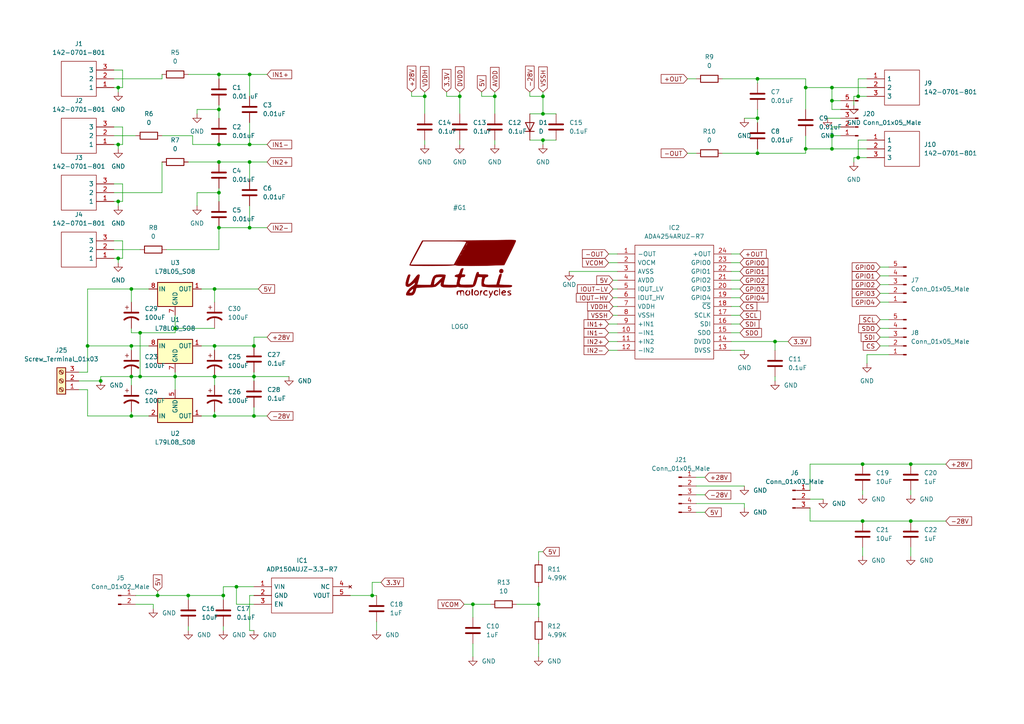
<source format=kicad_sch>
(kicad_sch (version 20211123) (generator eeschema)
  (paper "A4")
  (lib_symbols
    (symbol "142-0701-801:142-0701-801" (pin_names (offset 0.762))
      (property "Reference" "J" (at 16.51 7.62 0))
      (property "Value" "142-0701-801" (at 16.51 5.08 0))
      (symbol "142-0701-801_0_0"
        (pin passive line (at 0 0 0) (length 5.08) (name "1") (number "1"))
        (pin passive line (at 0 -2.54 0) (length 5.08) (name "2") (number "2"))
        (pin passive line (at 0 -5.08 0) (length 5.08) (name "3") (number "3"))
      )
    )
    (symbol "ADA4254ARUZ-R7:ADA4254ARUZ-R7" (pin_names (offset 0.762))
      (property "Reference" "IC" (at 29.21 7.62 0))
      (property "Value" "ADA4254ARUZ-R7" (at 29.21 5.08 0))
      (symbol "ADA4254ARUZ-R7_0_0"
        (pin passive line (at 0 0 0) (length 5.08) (name "-OUT") (number "1"))
        (pin passive line (at 0 -22.86 0) (length 5.08) (name "-IN1") (number "10"))
        (pin passive line (at 0 -25.4 0) (length 5.08) (name "+IN2") (number "11"))
        (pin passive line (at 0 -27.94 0) (length 5.08) (name "-IN2") (number "12"))
        (pin passive line (at 33.02 -27.94 180) (length 5.08) (name "DVSS") (number "13"))
        (pin passive line (at 33.02 -25.4 180) (length 5.08) (name "DVDD") (number "14"))
        (pin passive line (at 33.02 -22.86 180) (length 5.08) (name "SDO") (number "15"))
        (pin passive line (at 33.02 -20.32 180) (length 5.08) (name "SDI") (number "16"))
        (pin passive line (at 33.02 -17.78 180) (length 5.08) (name "SCLK") (number "17"))
        (pin passive line (at 33.02 -15.24 180) (length 5.08) (name "~{CS}") (number "18"))
        (pin passive line (at 33.02 -12.7 180) (length 5.08) (name "GPIO4") (number "19"))
        (pin passive line (at 0 -2.54 0) (length 5.08) (name "VOCM") (number "2"))
        (pin passive line (at 33.02 -10.16 180) (length 5.08) (name "GPIO3") (number "20"))
        (pin passive line (at 33.02 -7.62 180) (length 5.08) (name "GPIO2") (number "21"))
        (pin passive line (at 33.02 -5.08 180) (length 5.08) (name "GPIO1") (number "22"))
        (pin passive line (at 33.02 -2.54 180) (length 5.08) (name "GPIO0") (number "23"))
        (pin passive line (at 33.02 0 180) (length 5.08) (name "+OUT") (number "24"))
        (pin passive line (at 0 -5.08 0) (length 5.08) (name "AVSS") (number "3"))
        (pin passive line (at 0 -7.62 0) (length 5.08) (name "AVDD") (number "4"))
        (pin passive line (at 0 -10.16 0) (length 5.08) (name "IOUT_LV") (number "5"))
        (pin passive line (at 0 -12.7 0) (length 5.08) (name "IOUT_HV") (number "6"))
        (pin passive line (at 0 -15.24 0) (length 5.08) (name "VDDH") (number "7"))
        (pin passive line (at 0 -17.78 0) (length 5.08) (name "VSSH") (number "8"))
        (pin passive line (at 0 -20.32 0) (length 5.08) (name "+IN1") (number "9"))
      )
    )
    (symbol "ADP150AUJZ-3.3-R7:ADP150AUJZ-3.3-R7" (pin_names (offset 0.762))
      (property "Reference" "IC" (at 24.13 7.62 0))
      (property "Value" "ADP150AUJZ-3.3-R7" (at 24.13 5.08 0))
      (symbol "ADP150AUJZ-3.3-R7_0_0"
        (pin passive line (at 0 0 0) (length 5.08) (name "VIN") (number "1"))
        (pin passive line (at 0 -2.54 0) (length 5.08) (name "GND") (number "2"))
        (pin passive line (at 0 -5.08 0) (length 5.08) (name "EN") (number "3"))
        (pin no_connect line (at 27.94 0 180) (length 5.08) (name "NC") (number "4"))
        (pin passive line (at 27.94 -2.54 180) (length 5.08) (name "VOUT") (number "5"))
      )
    )
    (symbol "Connector:Conn_01x02_Male" (pin_names (offset 1.016) hide)
      (property "Reference" "J" (at 0 2.54 0))
      (property "Value" "Conn_01x02_Male" (at 0 -5.08 0))
      (symbol "Conn_01x02_Male_1_1"
        (pin passive line (at 5.08 0 180) (length 3.81) (name "Pin_1") (number "1"))
        (pin passive line (at 5.08 -2.54 180) (length 3.81) (name "Pin_2") (number "2"))
      )
    )
    (symbol "Connector:Conn_01x03_Male" (pin_names (offset 1.016) hide)
      (property "Reference" "J" (at 0 5.08 0))
      (property "Value" "Conn_01x03_Male" (at 0 -5.08 0))
      (symbol "Conn_01x03_Male_1_1"
        (pin passive line (at 5.08 2.54 180) (length 3.81) (name "Pin_1") (number "1"))
        (pin passive line (at 5.08 0 180) (length 3.81) (name "Pin_2") (number "2"))
        (pin passive line (at 5.08 -2.54 180) (length 3.81) (name "Pin_3") (number "3"))
      )
    )
    (symbol "Connector:Conn_01x05_Male" (pin_names (offset 1.016) hide)
      (property "Reference" "J" (at 0 7.62 0))
      (property "Value" "Conn_01x05_Male" (at 0 -7.62 0))
      (symbol "Conn_01x05_Male_1_1"
        (pin passive line (at 5.08 5.08 180) (length 3.81) (name "Pin_1") (number "1"))
        (pin passive line (at 5.08 2.54 180) (length 3.81) (name "Pin_2") (number "2"))
        (pin passive line (at 5.08 0 180) (length 3.81) (name "Pin_3") (number "3"))
        (pin passive line (at 5.08 -2.54 180) (length 3.81) (name "Pin_4") (number "4"))
        (pin passive line (at 5.08 -5.08 180) (length 3.81) (name "Pin_5") (number "5"))
      )
    )
    (symbol "Connector:Screw_Terminal_01x03" (pin_names (offset 1.016) hide)
      (property "Reference" "J" (at 0 5.08 0))
      (property "Value" "Screw_Terminal_01x03" (at 0 -5.08 0))
      (symbol "Screw_Terminal_01x03_1_1"
        (pin passive line (at -5.08 2.54 0) (length 3.81) (name "Pin_1") (number "1"))
        (pin passive line (at -5.08 0 0) (length 3.81) (name "Pin_2") (number "2"))
        (pin passive line (at -5.08 -2.54 0) (length 3.81) (name "Pin_3") (number "3"))
      )
    )
    (symbol "Device:C" (pin_numbers hide) (pin_names (offset 0.254))
      (property "Reference" "C" (at 0.635 2.54 0))
      (property "Value" "C" (at 0.635 -2.54 0))
      (symbol "C_1_1"
        (pin passive line (at 0 3.81 270) (length 2.794) (name "~") (number "1"))
        (pin passive line (at 0 -3.81 90) (length 2.794) (name "~") (number "2"))
      )
    )
    (symbol "Device:C_Polarized_US" (pin_numbers hide) (pin_names (offset 0.254) hide)
      (property "Reference" "C" (at 0.635 2.54 0))
      (property "Value" "C_Polarized_US" (at 0.635 -2.54 0))
      (symbol "C_Polarized_US_1_1"
        (pin passive line (at 0 3.81 270) (length 2.794) (name "~") (number "1"))
        (pin passive line (at 0 -3.81 90) (length 3.302) (name "~") (number "2"))
      )
    )
    (symbol "Device:D" (pin_numbers hide) (pin_names (offset 1.016) hide)
      (property "Reference" "D" (at 0 2.54 0))
      (property "Value" "D" (at 0 -2.54 0))
      (symbol "D_1_1"
        (pin passive line (at -3.81 0 0) (length 2.54) (name "K") (number "1"))
        (pin passive line (at 3.81 0 180) (length 2.54) (name "A") (number "2"))
      )
    )
    (symbol "Device:R" (pin_numbers hide) (pin_names (offset 0))
      (property "Reference" "R" (at 2.032 0 90))
      (property "Value" "R" (at 0 0 90))
      (symbol "R_1_1"
        (pin passive line (at 0 3.81 270) (length 1.27) (name "~") (number "1"))
        (pin passive line (at 0 -3.81 90) (length 1.27) (name "~") (number "2"))
      )
    )
    (symbol "Regulator_Linear:L78L05_SO8" (pin_names (offset 0.254))
      (property "Reference" "U" (at -3.81 3.175 0))
      (property "Value" "L78L05_SO8" (at 0 3.175 0))
      (symbol "L78L05_SO8_1_1"
        (pin power_out line (at 7.62 0 180) (length 2.54) (name "OUT") (number "1"))
        (pin passive line (at 0 -7.62 90) (length 2.54) hide (name "GND") (number "2"))
        (pin passive line (at 0 -7.62 90) (length 2.54) hide (name "GND") (number "3"))
        (pin no_connect line (at -5.08 -2.54 0) (length 2.54) hide (name "NC") (number "4"))
        (pin no_connect line (at 5.08 -2.54 180) (length 2.54) hide (name "NC") (number "5"))
        (pin passive line (at 0 -7.62 90) (length 2.54) hide (name "GND") (number "6"))
        (pin power_in line (at 0 -7.62 90) (length 2.54) (name "GND") (number "7"))
        (pin power_in line (at -7.62 0 0) (length 2.54) (name "IN") (number "8"))
      )
    )
    (symbol "Regulator_Linear:L78L09_SO8" (pin_names (offset 0.254))
      (property "Reference" "U" (at -3.81 3.175 0))
      (property "Value" "L78L09_SO8" (at 0 3.175 0))
      (symbol "L78L09_SO8_1_1"
        (pin power_out line (at 7.62 0 180) (length 2.54) (name "OUT") (number "1"))
        (pin passive line (at 0 -7.62 90) (length 2.54) hide (name "GND") (number "2"))
        (pin passive line (at 0 -7.62 90) (length 2.54) hide (name "GND") (number "3"))
        (pin no_connect line (at -5.08 -2.54 0) (length 2.54) hide (name "NC") (number "4"))
        (pin no_connect line (at 5.08 -2.54 180) (length 2.54) hide (name "NC") (number "5"))
        (pin passive line (at 0 -7.62 90) (length 2.54) hide (name "GND") (number "6"))
        (pin power_in line (at 0 -7.62 90) (length 2.54) (name "GND") (number "7"))
        (pin power_in line (at -7.62 0 0) (length 2.54) (name "IN") (number "8"))
      )
    )
    (symbol "Regulator_Linear:L79L08_SO8" (pin_names (offset 0.254))
      (property "Reference" "U" (at -3.81 -3.175 0))
      (property "Value" "L79L08_SO8" (at 0 -3.175 0))
      (symbol "L79L08_SO8_1_1"
        (pin power_out line (at 7.62 0 180) (length 2.54) (name "OUT") (number "1"))
        (pin power_in line (at -7.62 0 0) (length 2.54) (name "IN") (number "2"))
        (pin passive line (at -7.62 0 0) (length 2.54) hide (name "IN") (number "3"))
        (pin no_connect line (at 7.62 2.54 180) (length 2.54) hide (name "NC") (number "4"))
        (pin power_in line (at 0 7.62 270) (length 2.54) (name "GND") (number "5"))
        (pin passive line (at -7.62 0 0) (length 2.54) hide (name "IN") (number "6"))
        (pin passive line (at -7.62 0 0) (length 2.54) hide (name "IN") (number "7"))
        (pin no_connect line (at -7.62 2.54 0) (length 2.54) hide (name "NC") (number "8"))
      )
    )
    (symbol "logo:LOGO" (pin_names (offset 1.016)))
    (symbol "power:GND" (power) (pin_names (offset 0))
      (property "Value" "GND" (at 0 -3.81 0))
      (symbol "GND_1_1"
        (pin power_in line (at 0 0 270) (length 0) hide (name "GND") (number "1"))
      )
    )
  )
  (junction (at 73.66 100.33))
  (junction (at 34.29 25.4))
  (junction (at 73.66 120.65))
  (junction (at 107.95 172.72))
  (junction (at 156.21 175.26))
  (junction (at 72.39 46.99))
  (junction (at 50.8 109.22))
  (junction (at 248.92 27.94))
  (junction (at 241.3 25.4))
  (junction (at 233.68 25.4))
  (junction (at 38.1 109.22))
  (junction (at 63.5 31.75))
  (junction (at 40.64 109.22))
  (junction (at 62.23 120.65))
  (junction (at 72.39 41.91))
  (junction (at 64.77 172.72))
  (junction (at 241.3 39.37))
  (junction (at 241.3 43.18))
  (junction (at 40.64 96.52))
  (junction (at 63.5 46.99))
  (junction (at 68.58 170.18))
  (junction (at 250.19 134.62))
  (junction (at 38.1 100.33))
  (junction (at 62.23 109.22))
  (junction (at 45.72 172.72))
  (junction (at 219.71 44.45))
  (junction (at 54.61 172.72))
  (junction (at 25.4 100.33))
  (junction (at 50.8 95.25))
  (junction (at 157.48 33.02))
  (junction (at 73.66 109.22))
  (junction (at 133.35 27.94))
  (junction (at 157.48 40.64))
  (junction (at 143.51 27.94))
  (junction (at 219.71 34.29))
  (junction (at 34.29 74.93))
  (junction (at 29.21 110.49))
  (junction (at 63.5 21.59))
  (junction (at 264.16 134.62))
  (junction (at 137.16 175.26))
  (junction (at 38.1 83.82))
  (junction (at 62.23 83.82))
  (junction (at 63.5 41.91))
  (junction (at 264.16 151.13))
  (junction (at 72.39 21.59))
  (junction (at 34.29 58.42))
  (junction (at 38.1 120.65))
  (junction (at 219.71 22.86))
  (junction (at 224.79 99.06))
  (junction (at 241.3 29.21))
  (junction (at 157.48 27.94))
  (junction (at 72.39 66.04))
  (junction (at 62.23 100.33))
  (junction (at 233.68 43.18))
  (junction (at 63.5 66.04))
  (junction (at 250.19 151.13))
  (junction (at 123.19 27.94))
  (junction (at 34.29 41.91))
  (junction (at 248.92 45.72))
  (junction (at 63.5 55.88))
  (wire (pts (xy 50.8 96.52) (xy 40.64 96.52)))
  (wire (pts (xy 62.23 119.38) (xy 62.23 120.65)))
  (wire (pts (xy 22.86 113.03) (xy 25.4 113.03)))
  (wire (pts (xy 224.79 109.22) (xy 224.79 110.49)))
  (wire (pts (xy 264.16 151.13) (xy 274.32 151.13)))
  (wire (pts (xy 25.4 83.82) (xy 38.1 83.82)))
  (wire (pts (xy 73.66 118.11) (xy 73.66 120.65)))
  (wire (pts (xy 35.56 41.91) (xy 34.29 41.91)))
  (wire (pts (xy 224.79 99.06) (xy 212.09 99.06)))
  (wire (pts (xy 157.48 40.64) (xy 157.48 41.91)))
  (wire (pts (xy 153.67 33.02) (xy 157.48 33.02)))
  (wire (pts (xy 33.02 55.88) (xy 46.99 55.88)))
  (wire (pts (xy 57.15 59.69) (xy 57.15 55.88)))
  (wire (pts (xy 50.8 109.22) (xy 50.8 113.03)))
  (wire (pts (xy 143.51 40.64) (xy 143.51 41.91)))
  (wire (pts (xy 248.92 22.86) (xy 248.92 27.94)))
  (wire (pts (xy 101.6 172.72) (xy 107.95 172.72)))
  (wire (pts (xy 241.3 36.83) (xy 243.84 36.83)))
  (wire (pts (xy 176.53 96.52) (xy 179.07 96.52)))
  (wire (pts (xy 73.66 109.22) (xy 73.66 110.49)))
  (wire (pts (xy 63.5 72.39) (xy 63.5 66.04)))
  (wire (pts (xy 64.77 173.99) (xy 64.77 172.72)))
  (wire (pts (xy 247.65 30.48) (xy 247.65 27.94)))
  (wire (pts (xy 165.1 78.74) (xy 179.07 78.74)))
  (wire (pts (xy 33.02 22.86) (xy 46.99 22.86)))
  (wire (pts (xy 63.5 55.88) (xy 63.5 58.42)))
  (wire (pts (xy 219.71 44.45) (xy 219.71 43.18)))
  (wire (pts (xy 68.58 175.26) (xy 68.58 170.18)))
  (wire (pts (xy 62.23 83.82) (xy 74.93 83.82)))
  (wire (pts (xy 248.92 27.94) (xy 251.46 27.94)))
  (wire (pts (xy 212.09 86.36) (xy 214.63 86.36)))
  (wire (pts (xy 199.39 44.45) (xy 201.93 44.45)))
  (wire (pts (xy 129.54 26.67) (xy 129.54 27.94)))
  (wire (pts (xy 55.88 39.37) (xy 55.88 41.91)))
  (wire (pts (xy 50.8 95.25) (xy 50.8 96.52)))
  (wire (pts (xy 48.26 72.39) (xy 63.5 72.39)))
  (wire (pts (xy 55.88 41.91) (xy 63.5 41.91)))
  (wire (pts (xy 35.56 58.42) (xy 34.29 58.42)))
  (wire (pts (xy 212.09 101.6) (xy 215.9 101.6)))
  (wire (pts (xy 72.39 21.59) (xy 63.5 21.59)))
  (wire (pts (xy 29.21 109.22) (xy 38.1 109.22)))
  (wire (pts (xy 241.3 25.4) (xy 251.46 25.4)))
  (wire (pts (xy 58.42 83.82) (xy 62.23 83.82)))
  (wire (pts (xy 133.35 40.64) (xy 133.35 41.91)))
  (wire (pts (xy 77.47 120.65) (xy 73.66 120.65)))
  (wire (pts (xy 107.95 172.72) (xy 109.22 172.72)))
  (wire (pts (xy 44.45 175.26) (xy 44.45 176.53)))
  (wire (pts (xy 250.19 151.13) (xy 234.95 151.13)))
  (wire (pts (xy 153.67 26.67) (xy 153.67 27.94)))
  (wire (pts (xy 212.09 91.44) (xy 214.63 91.44)))
  (wire (pts (xy 129.54 27.94) (xy 133.35 27.94)))
  (wire (pts (xy 157.48 27.94) (xy 157.48 33.02)))
  (wire (pts (xy 73.66 120.65) (xy 62.23 120.65)))
  (wire (pts (xy 133.35 26.67) (xy 133.35 27.94)))
  (wire (pts (xy 33.02 53.34) (xy 35.56 53.34)))
  (wire (pts (xy 50.8 95.25) (xy 62.23 95.25)))
  (wire (pts (xy 176.53 101.6) (xy 179.07 101.6)))
  (wire (pts (xy 54.61 21.59) (xy 63.5 21.59)))
  (wire (pts (xy 38.1 120.65) (xy 43.18 120.65)))
  (wire (pts (xy 201.93 140.97) (xy 215.9 140.97)))
  (wire (pts (xy 233.68 31.75) (xy 233.68 25.4)))
  (wire (pts (xy 219.71 31.75) (xy 219.71 34.29)))
  (wire (pts (xy 143.51 26.67) (xy 143.51 27.94)))
  (wire (pts (xy 247.65 45.72) (xy 248.92 45.72)))
  (wire (pts (xy 176.53 93.98) (xy 179.07 93.98)))
  (wire (pts (xy 156.21 186.69) (xy 156.21 190.5)))
  (wire (pts (xy 201.93 143.51) (xy 204.47 143.51)))
  (wire (pts (xy 72.39 46.99) (xy 72.39 52.07)))
  (wire (pts (xy 233.68 43.18) (xy 241.3 43.18)))
  (wire (pts (xy 34.29 25.4) (xy 34.29 26.67)))
  (wire (pts (xy 264.16 134.62) (xy 274.32 134.62)))
  (wire (pts (xy 73.66 170.18) (xy 68.58 170.18)))
  (wire (pts (xy 233.68 39.37) (xy 233.68 43.18)))
  (wire (pts (xy 29.21 110.49) (xy 29.21 109.22)))
  (wire (pts (xy 234.95 147.32) (xy 234.95 151.13)))
  (wire (pts (xy 177.8 83.82) (xy 179.07 83.82)))
  (wire (pts (xy 241.3 25.4) (xy 241.3 29.21)))
  (wire (pts (xy 139.7 26.67) (xy 139.7 27.94)))
  (wire (pts (xy 35.56 20.32) (xy 35.56 25.4)))
  (wire (pts (xy 143.51 27.94) (xy 143.51 33.02)))
  (wire (pts (xy 34.29 25.4) (xy 33.02 25.4)))
  (wire (pts (xy 57.15 31.75) (xy 63.5 31.75)))
  (wire (pts (xy 177.8 81.28) (xy 179.07 81.28)))
  (wire (pts (xy 38.1 101.6) (xy 38.1 100.33)))
  (wire (pts (xy 34.29 58.42) (xy 34.29 59.69)))
  (wire (pts (xy 38.1 95.25) (xy 38.1 96.52)))
  (wire (pts (xy 72.39 66.04) (xy 77.47 66.04)))
  (wire (pts (xy 25.4 120.65) (xy 38.1 120.65)))
  (wire (pts (xy 119.38 26.67) (xy 119.38 27.94)))
  (wire (pts (xy 72.39 35.56) (xy 72.39 41.91)))
  (wire (pts (xy 83.82 109.22) (xy 73.66 109.22)))
  (wire (pts (xy 264.16 142.24) (xy 264.16 143.51)))
  (wire (pts (xy 35.56 53.34) (xy 35.56 58.42)))
  (wire (pts (xy 153.67 40.64) (xy 157.48 40.64)))
  (wire (pts (xy 25.4 83.82) (xy 25.4 100.33)))
  (wire (pts (xy 39.37 172.72) (xy 45.72 172.72)))
  (wire (pts (xy 176.53 73.66) (xy 179.07 73.66)))
  (wire (pts (xy 241.3 36.83) (xy 241.3 39.37)))
  (wire (pts (xy 33.02 20.32) (xy 35.56 20.32)))
  (wire (pts (xy 212.09 78.74) (xy 214.63 78.74)))
  (wire (pts (xy 40.64 96.52) (xy 40.64 109.22)))
  (wire (pts (xy 38.1 96.52) (xy 40.64 96.52)))
  (wire (pts (xy 212.09 88.9) (xy 214.63 88.9)))
  (wire (pts (xy 38.1 100.33) (xy 43.18 100.33)))
  (wire (pts (xy 22.86 107.95) (xy 25.4 107.95)))
  (wire (pts (xy 212.09 93.98) (xy 214.63 93.98)))
  (wire (pts (xy 46.99 22.86) (xy 46.99 21.59)))
  (wire (pts (xy 110.49 168.91) (xy 107.95 168.91)))
  (wire (pts (xy 176.53 76.2) (xy 179.07 76.2)))
  (wire (pts (xy 209.55 22.86) (xy 219.71 22.86)))
  (wire (pts (xy 73.66 175.26) (xy 68.58 175.26)))
  (wire (pts (xy 212.09 83.82) (xy 214.63 83.82)))
  (wire (pts (xy 58.42 100.33) (xy 62.23 100.33)))
  (wire (pts (xy 50.8 91.44) (xy 50.8 95.25)))
  (wire (pts (xy 251.46 40.64) (xy 248.92 40.64)))
  (wire (pts (xy 157.48 160.02) (xy 156.21 160.02)))
  (wire (pts (xy 57.15 33.02) (xy 57.15 31.75)))
  (wire (pts (xy 251.46 105.41) (xy 251.46 102.87)))
  (wire (pts (xy 255.27 97.79) (xy 257.81 97.79)))
  (wire (pts (xy 176.53 99.06) (xy 179.07 99.06)))
  (wire (pts (xy 247.65 46.99) (xy 247.65 45.72)))
  (wire (pts (xy 133.35 27.94) (xy 133.35 33.02)))
  (wire (pts (xy 233.68 43.18) (xy 233.68 44.45)))
  (wire (pts (xy 33.02 36.83) (xy 35.56 36.83)))
  (wire (pts (xy 73.66 97.79) (xy 73.66 100.33)))
  (wire (pts (xy 77.47 46.99) (xy 72.39 46.99)))
  (wire (pts (xy 38.1 83.82) (xy 43.18 83.82)))
  (wire (pts (xy 224.79 101.6) (xy 224.79 99.06)))
  (wire (pts (xy 255.27 77.47) (xy 257.81 77.47)))
  (wire (pts (xy 209.55 44.45) (xy 219.71 44.45)))
  (wire (pts (xy 25.4 100.33) (xy 38.1 100.33)))
  (wire (pts (xy 72.39 41.91) (xy 63.5 41.91)))
  (wire (pts (xy 177.8 91.44) (xy 179.07 91.44)))
  (wire (pts (xy 72.39 172.72) (xy 72.39 182.88)))
  (wire (pts (xy 107.95 168.91) (xy 107.95 172.72)))
  (wire (pts (xy 109.22 180.34) (xy 109.22 182.88)))
  (wire (pts (xy 255.27 82.55) (xy 257.81 82.55)))
  (wire (pts (xy 35.56 36.83) (xy 35.56 41.91)))
  (wire (pts (xy 241.3 29.21) (xy 241.3 31.75)))
  (wire (pts (xy 46.99 55.88) (xy 46.99 46.99)))
  (wire (pts (xy 156.21 175.26) (xy 156.21 179.07)))
  (wire (pts (xy 250.19 142.24) (xy 250.19 143.51)))
  (wire (pts (xy 157.48 40.64) (xy 161.29 40.64)))
  (wire (pts (xy 35.56 69.85) (xy 35.56 74.93)))
  (wire (pts (xy 57.15 55.88) (xy 63.5 55.88)))
  (wire (pts (xy 54.61 181.61) (xy 54.61 182.88)))
  (wire (pts (xy 255.27 100.33) (xy 257.81 100.33)))
  (wire (pts (xy 250.19 158.75) (xy 250.19 161.29)))
  (wire (pts (xy 215.9 34.29) (xy 219.71 34.29)))
  (wire (pts (xy 201.93 148.59) (xy 204.47 148.59)))
  (wire (pts (xy 177.8 88.9) (xy 179.07 88.9)))
  (wire (pts (xy 77.47 21.59) (xy 72.39 21.59)))
  (wire (pts (xy 212.09 76.2) (xy 214.63 76.2)))
  (wire (pts (xy 34.29 41.91) (xy 33.02 41.91)))
  (wire (pts (xy 73.66 107.95) (xy 73.66 109.22)))
  (wire (pts (xy 33.02 72.39) (xy 40.64 72.39)))
  (wire (pts (xy 72.39 21.59) (xy 72.39 27.94)))
  (wire (pts (xy 64.77 170.18) (xy 64.77 172.72)))
  (wire (pts (xy 46.99 39.37) (xy 55.88 39.37)))
  (wire (pts (xy 240.03 34.29) (xy 243.84 34.29)))
  (wire (pts (xy 241.3 39.37) (xy 243.84 39.37)))
  (wire (pts (xy 39.37 175.26) (xy 44.45 175.26)))
  (wire (pts (xy 233.68 25.4) (xy 233.68 22.86)))
  (wire (pts (xy 58.42 120.65) (xy 62.23 120.65)))
  (wire (pts (xy 63.5 30.48) (xy 63.5 31.75)))
  (wire (pts (xy 241.3 31.75) (xy 243.84 31.75)))
  (wire (pts (xy 54.61 173.99) (xy 54.61 172.72)))
  (wire (pts (xy 38.1 109.22) (xy 38.1 111.76)))
  (wire (pts (xy 251.46 22.86) (xy 248.92 22.86)))
  (wire (pts (xy 247.65 27.94) (xy 248.92 27.94)))
  (wire (pts (xy 201.93 138.43) (xy 204.47 138.43)))
  (wire (pts (xy 250.19 151.13) (xy 264.16 151.13)))
  (wire (pts (xy 250.19 134.62) (xy 264.16 134.62)))
  (wire (pts (xy 241.3 29.21) (xy 243.84 29.21)))
  (wire (pts (xy 142.24 175.26) (xy 137.16 175.26)))
  (wire (pts (xy 38.1 87.63) (xy 38.1 83.82)))
  (wire (pts (xy 62.23 109.22) (xy 62.23 111.76)))
  (wire (pts (xy 234.95 134.62) (xy 250.19 134.62)))
  (wire (pts (xy 255.27 80.01) (xy 257.81 80.01)))
  (wire (pts (xy 248.92 45.72) (xy 251.46 45.72)))
  (wire (pts (xy 137.16 186.69) (xy 137.16 190.5)))
  (wire (pts (xy 251.46 102.87) (xy 257.81 102.87)))
  (wire (pts (xy 255.27 92.71) (xy 257.81 92.71)))
  (wire (pts (xy 33.02 39.37) (xy 39.37 39.37)))
  (wire (pts (xy 215.9 147.32) (xy 215.9 146.05)))
  (wire (pts (xy 123.19 40.64) (xy 123.19 41.91)))
  (wire (pts (xy 34.29 41.91) (xy 34.29 43.18)))
  (wire (pts (xy 62.23 100.33) (xy 73.66 100.33)))
  (wire (pts (xy 219.71 22.86) (xy 233.68 22.86)))
  (wire (pts (xy 248.92 40.64) (xy 248.92 45.72)))
  (wire (pts (xy 153.67 27.94) (xy 157.48 27.94)))
  (wire (pts (xy 201.93 146.05) (xy 215.9 146.05)))
  (wire (pts (xy 72.39 182.88) (xy 73.66 182.88)))
  (wire (pts (xy 63.5 21.59) (xy 63.5 22.86)))
  (wire (pts (xy 63.5 66.04) (xy 72.39 66.04)))
  (wire (pts (xy 38.1 119.38) (xy 38.1 120.65)))
  (wire (pts (xy 34.29 58.42) (xy 33.02 58.42)))
  (wire (pts (xy 25.4 113.03) (xy 25.4 120.65)))
  (wire (pts (xy 224.79 99.06) (xy 228.6 99.06)))
  (wire (pts (xy 25.4 107.95) (xy 25.4 100.33)))
  (wire (pts (xy 33.02 69.85) (xy 35.56 69.85)))
  (wire (pts (xy 233.68 44.45) (xy 219.71 44.45)))
  (wire (pts (xy 63.5 31.75) (xy 63.5 34.29)))
  (wire (pts (xy 255.27 85.09) (xy 257.81 85.09)))
  (wire (pts (xy 34.29 74.93) (xy 33.02 74.93)))
  (wire (pts (xy 50.8 107.95) (xy 50.8 109.22)))
  (wire (pts (xy 156.21 175.26) (xy 156.21 170.18)))
  (wire (pts (xy 68.58 170.18) (xy 64.77 170.18)))
  (wire (pts (xy 72.39 66.04) (xy 72.39 59.69)))
  (wire (pts (xy 134.62 175.26) (xy 137.16 175.26)))
  (wire (pts (xy 156.21 160.02) (xy 156.21 162.56)))
  (wire (pts (xy 40.64 109.22) (xy 50.8 109.22)))
  (wire (pts (xy 149.86 175.26) (xy 156.21 175.26)))
  (wire (pts (xy 50.8 109.22) (xy 62.23 109.22)))
  (wire (pts (xy 139.7 27.94) (xy 143.51 27.94)))
  (wire (pts (xy 199.39 22.86) (xy 201.93 22.86)))
  (wire (pts (xy 255.27 87.63) (xy 257.81 87.63)))
  (wire (pts (xy 157.48 33.02) (xy 161.29 33.02)))
  (wire (pts (xy 212.09 96.52) (xy 214.63 96.52)))
  (wire (pts (xy 54.61 46.99) (xy 63.5 46.99)))
  (wire (pts (xy 119.38 27.94) (xy 123.19 27.94)))
  (wire (pts (xy 62.23 83.82) (xy 62.23 87.63)))
  (wire (pts (xy 22.86 110.49) (xy 29.21 110.49)))
  (wire (pts (xy 54.61 172.72) (xy 64.77 172.72)))
  (wire (pts (xy 212.09 73.66) (xy 214.63 73.66)))
  (wire (pts (xy 73.66 172.72) (xy 72.39 172.72)))
  (wire (pts (xy 234.95 144.78) (xy 238.76 144.78)))
  (wire (pts (xy 35.56 25.4) (xy 34.29 25.4)))
  (wire (pts (xy 34.29 74.93) (xy 34.29 76.2)))
  (wire (pts (xy 177.8 86.36) (xy 179.07 86.36)))
  (wire (pts (xy 77.47 97.79) (xy 73.66 97.79)))
  (wire (pts (xy 63.5 54.61) (xy 63.5 55.88)))
  (wire (pts (xy 234.95 134.62) (xy 234.95 142.24)))
  (wire (pts (xy 219.71 34.29) (xy 219.71 35.56)))
  (wire (pts (xy 241.3 39.37) (xy 241.3 43.18)))
  (wire (pts (xy 64.77 181.61) (xy 64.77 182.88)))
  (wire (pts (xy 212.09 81.28) (xy 214.63 81.28)))
  (wire (pts (xy 123.19 26.67) (xy 123.19 27.94)))
  (wire (pts (xy 62.23 100.33) (xy 62.23 101.6)))
  (wire (pts (xy 157.48 26.67) (xy 157.48 27.94)))
  (wire (pts (xy 72.39 41.91) (xy 77.47 41.91)))
  (wire (pts (xy 45.72 172.72) (xy 54.61 172.72)))
  (wire (pts (xy 45.72 171.45) (xy 45.72 172.72)))
  (wire (pts (xy 35.56 74.93) (xy 34.29 74.93)))
  (wire (pts (xy 123.19 27.94) (xy 123.19 33.02)))
  (wire (pts (xy 73.66 109.22) (xy 62.23 109.22)))
  (wire (pts (xy 241.3 43.18) (xy 251.46 43.18)))
  (wire (pts (xy 63.5 46.99) (xy 72.39 46.99)))
  (wire (pts (xy 219.71 22.86) (xy 219.71 24.13)))
  (wire (pts (xy 38.1 109.22) (xy 40.64 109.22)))
  (wire (pts (xy 255.27 95.25) (xy 257.81 95.25)))
  (wire (pts (xy 233.68 25.4) (xy 241.3 25.4)))
  (wire (pts (xy 264.16 158.75) (xy 264.16 161.29)))
  (wire (pts (xy 137.16 175.26) (xy 137.16 179.07)))
  (global_label "VSSH" (shape input) (at 157.48 26.67 90) (property "Intersheet References" "${INTERSHEET_REFS}" (effects hide)))
  (global_label "3.3V" (shape input) (at 228.6 99.06 0) (property "Intersheet References" "${INTERSHEET_REFS}" (effects hide)))
  (global_label "IN1-" (shape input) (at 77.47 41.91 0) (property "Intersheet References" "${INTERSHEET_REFS}" (effects hide)))
  (global_label "-28V" (shape input) (at 153.67 26.67 90) (property "Intersheet References" "${INTERSHEET_REFS}" (effects hide)))
  (global_label "+28V" (shape input) (at 204.47 138.43 0) (property "Intersheet References" "${INTERSHEET_REFS}" (effects hide)))
  (global_label "SCL" (shape input) (at 214.63 91.44 0) (property "Intersheet References" "${INTERSHEET_REFS}" (effects hide)))
  (global_label "VDDH" (shape input) (at 177.8 88.9 180) (property "Intersheet References" "${INTERSHEET_REFS}" (effects hide)))
  (global_label "-OUT" (shape input) (at 176.53 73.66 180) (property "Intersheet References" "${INTERSHEET_REFS}" (effects hide)))
  (global_label "GPIO2" (shape input) (at 214.63 81.28 0) (property "Intersheet References" "${INTERSHEET_REFS}" (effects hide)))
  (global_label "5V" (shape input) (at 45.72 171.45 90) (property "Intersheet References" "${INTERSHEET_REFS}" (effects hide)))
  (global_label "SCL" (shape input) (at 255.27 92.71 180) (property "Intersheet References" "${INTERSHEET_REFS}" (effects hide)))
  (global_label "IN2-" (shape input) (at 176.53 101.6 180) (property "Intersheet References" "${INTERSHEET_REFS}" (effects hide)))
  (global_label "IN2+" (shape input) (at 77.47 46.99 0) (property "Intersheet References" "${INTERSHEET_REFS}" (effects hide)))
  (global_label "5V" (shape input) (at 157.48 160.02 0) (property "Intersheet References" "${INTERSHEET_REFS}" (effects hide)))
  (global_label "CS" (shape input) (at 214.63 88.9 0) (property "Intersheet References" "${INTERSHEET_REFS}" (effects hide)))
  (global_label "GPIO3" (shape input) (at 214.63 83.82 0) (property "Intersheet References" "${INTERSHEET_REFS}" (effects hide)))
  (global_label "5V" (shape input) (at 204.47 148.59 0) (property "Intersheet References" "${INTERSHEET_REFS}" (effects hide)))
  (global_label "SDO" (shape input) (at 214.63 96.52 0) (property "Intersheet References" "${INTERSHEET_REFS}" (effects hide)))
  (global_label "SDI" (shape input) (at 214.63 93.98 0) (property "Intersheet References" "${INTERSHEET_REFS}" (effects hide)))
  (global_label "5V" (shape input) (at 74.93 83.82 0) (property "Intersheet References" "${INTERSHEET_REFS}" (effects hide)))
  (global_label "CS" (shape input) (at 255.27 100.33 180) (property "Intersheet References" "${INTERSHEET_REFS}" (effects hide)))
  (global_label "GPIO1" (shape input) (at 255.27 80.01 180) (property "Intersheet References" "${INTERSHEET_REFS}" (effects hide)))
  (global_label "5V" (shape input) (at 177.8 81.28 180) (property "Intersheet References" "${INTERSHEET_REFS}" (effects hide)))
  (global_label "SDI" (shape input) (at 255.27 97.79 180) (property "Intersheet References" "${INTERSHEET_REFS}" (effects hide)))
  (global_label "-OUT" (shape input) (at 199.39 44.45 180) (property "Intersheet References" "${INTERSHEET_REFS}" (effects hide)))
  (global_label "GPIO0" (shape input) (at 214.63 76.2 0) (property "Intersheet References" "${INTERSHEET_REFS}" (effects hide)))
  (global_label "GPIO1" (shape input) (at 214.63 78.74 0) (property "Intersheet References" "${INTERSHEET_REFS}" (effects hide)))
  (global_label "-28V" (shape input) (at 204.47 143.51 0) (property "Intersheet References" "${INTERSHEET_REFS}" (effects hide)))
  (global_label "+28V" (shape input) (at 274.32 134.62 0) (property "Intersheet References" "${INTERSHEET_REFS}" (effects hide)))
  (global_label "+28V" (shape input) (at 119.38 26.67 90) (property "Intersheet References" "${INTERSHEET_REFS}" (effects hide)))
  (global_label "VSSH" (shape input) (at 177.8 91.44 180) (property "Intersheet References" "${INTERSHEET_REFS}" (effects hide)))
  (global_label "+OUT" (shape input) (at 199.39 22.86 180) (property "Intersheet References" "${INTERSHEET_REFS}" (effects hide)))
  (global_label "3.3V" (shape input) (at 110.49 168.91 0) (property "Intersheet References" "${INTERSHEET_REFS}" (effects hide)))
  (global_label "GPIO0" (shape input) (at 255.27 77.47 180) (property "Intersheet References" "${INTERSHEET_REFS}" (effects hide)))
  (global_label "VCOM" (shape input) (at 134.62 175.26 180) (property "Intersheet References" "${INTERSHEET_REFS}" (effects hide)))
  (global_label "GPIO4" (shape input) (at 214.63 86.36 0) (property "Intersheet References" "${INTERSHEET_REFS}" (effects hide)))
  (global_label "SDO" (shape input) (at 255.27 95.25 180) (property "Intersheet References" "${INTERSHEET_REFS}" (effects hide)))
  (global_label "IN1+" (shape input) (at 77.47 21.59 0) (property "Intersheet References" "${INTERSHEET_REFS}" (effects hide)))
  (global_label "IOUT-LV" (shape input) (at 177.8 83.82 180) (property "Intersheet References" "${INTERSHEET_REFS}" (effects hide)))
  (global_label "DVDD" (shape input) (at 133.35 26.67 90) (property "Intersheet References" "${INTERSHEET_REFS}" (effects hide)))
  (global_label "-28V" (shape input) (at 274.32 151.13 0) (property "Intersheet References" "${INTERSHEET_REFS}" (effects hide)))
  (global_label "IN1-" (shape input) (at 176.53 96.52 180) (property "Intersheet References" "${INTERSHEET_REFS}" (effects hide)))
  (global_label "GPIO3" (shape input) (at 255.27 85.09 180) (property "Intersheet References" "${INTERSHEET_REFS}" (effects hide)))
  (global_label "IN2+" (shape input) (at 176.53 99.06 180) (property "Intersheet References" "${INTERSHEET_REFS}" (effects hide)))
  (global_label "-28V" (shape input) (at 77.47 120.65 0) (property "Intersheet References" "${INTERSHEET_REFS}" (effects hide)))
  (global_label "GPIO2" (shape input) (at 255.27 82.55 180) (property "Intersheet References" "${INTERSHEET_REFS}" (effects hide)))
  (global_label "VDDH" (shape input) (at 123.19 26.67 90) (property "Intersheet References" "${INTERSHEET_REFS}" (effects hide)))
  (global_label "IN1+" (shape input) (at 176.53 93.98 180) (property "Intersheet References" "${INTERSHEET_REFS}" (effects hide)))
  (global_label "3.3V" (shape input) (at 129.54 26.67 90) (property "Intersheet References" "${INTERSHEET_REFS}" (effects hide)))
  (global_label "+28V" (shape input) (at 77.47 97.79 0) (property "Intersheet References" "${INTERSHEET_REFS}" (effects hide)))
  (global_label "IN2-" (shape input) (at 77.47 66.04 0) (property "Intersheet References" "${INTERSHEET_REFS}" (effects hide)))
  (global_label "+OUT" (shape input) (at 214.63 73.66 0) (property "Intersheet References" "${INTERSHEET_REFS}" (effects hide)))
  (global_label "IOUT-HV" (shape input) (at 177.8 86.36 180) (property "Intersheet References" "${INTERSHEET_REFS}" (effects hide)))
  (global_label "5V" (shape input) (at 139.7 26.67 90) (property "Intersheet References" "${INTERSHEET_REFS}" (effects hide)))
  (global_label "AVDD" (shape input) (at 143.51 26.67 90) (property "Intersheet References" "${INTERSHEET_REFS}" (effects hide)))
  (global_label "GPIO4" (shape input) (at 255.27 87.63 180) (property "Intersheet References" "${INTERSHEET_REFS}" (effects hide)))
  (global_label "VCOM" (shape input) (at 176.53 76.2 180) (property "Intersheet References" "${INTERSHEET_REFS}" (effects hide)))
  (symbol (lib_id "power:GND") (at 264.16 143.51 0) (unit 1)
    (property "Reference" "#PWR0111" (effects hide))
    (property "Value" "GND" (at 266.7 144.7799 0) (effects (justify left)))
  )
  (symbol (lib_id "power:GND") (at 215.9 34.29 0) (unit 1)
    (property "Reference" "#PWR0103" (effects hide))
    (property "Value" "GND" (at 215.9 39.37 0))
  )
  (symbol (lib_id "power:GND") (at 247.65 30.48 0) (unit 1)
    (property "Reference" "#PWR0104" (effects hide))
    (property "Value" "GND" (at 247.65 35.56 0))
  )
  (symbol (lib_id "Device:C") (at 161.29 36.83 0) (unit 1)
    (property "Reference" "C15" (at 165.1 35.5599 0) (effects (justify left)))
    (property "Value" "0.1uF" (at 165.1 38.0999 0) (effects (justify left)))
    (property "Footprint" "Capacitor_SMD:C_0603_1608Metric_Pad1.08x0.95mm_HandSolder" (effects hide))
  )
  (symbol (lib_id "power:GND") (at 215.9 101.6 0) (unit 1)
    (property "Reference" "#PWR0101" (effects hide))
    (property "Value" "GND" (at 215.9 106.68 0))
  )
  (symbol (lib_id "Device:C") (at 233.68 35.56 0) (unit 1)
    (property "Reference" "C9" (at 237.49 34.2899 0) (effects (justify left)))
    (property "Value" "0.01uF" (at 237.49 36.8299 0) (effects (justify left)))
    (property "Footprint" "Capacitor_SMD:C_0603_1608Metric_Pad1.08x0.95mm_HandSolder" (effects hide))
  )
  (symbol (lib_id "power:GND") (at 64.77 182.88 0) (unit 1)
    (property "Reference" "#PWR0126" (effects hide))
    (property "Value" "GND" (at 67.31 184.1499 0) (effects (justify left)))
  )
  (symbol (lib_id "power:GND") (at 240.03 34.29 0) (unit 1)
    (property "Reference" "#PWR0133" (effects hide))
    (property "Value" "GND" (at 240.03 39.37 0))
  )
  (symbol (lib_id "power:GND") (at 34.29 59.69 0) (unit 1)
    (property "Reference" "#PWR0115" (effects hide))
    (property "Value" "GND" (at 34.29 64.77 0))
  )
  (symbol (lib_id "Regulator_Linear:L78L05_SO8") (at 50.8 83.82 0) (unit 1)
    (property "Reference" "U3" (at 50.8 76.2 0))
    (property "Value" "L78L05_SO8" (at 50.8 78.74 0))
    (property "Footprint" "Package_SO:SOIC-8_3.9x4.9mm_P1.27mm" (effects hide))
    (property "Datasheet" "http://www.st.com/content/ccc/resource/technical/document/datasheet/15/55/e5/aa/23/5b/43/fd/CD00000446.pdf/files/CD00000446.pdf/jcr:content/translations/en.CD00000446.pdf" (effects hide))
  )
  (symbol (lib_id "Device:R") (at 44.45 72.39 90) (unit 1)
    (property "Reference" "R8" (at 44.45 66.04 90))
    (property "Value" "0" (at 44.45 68.58 90))
    (property "Footprint" "Resistor_SMD:R_0603_1608Metric_Pad0.98x0.95mm_HandSolder" (effects hide))
  )
  (symbol (lib_id "Device:R") (at 156.21 166.37 0) (unit 1)
    (property "Reference" "R11" (at 158.75 165.0999 0) (effects (justify left)))
    (property "Value" "4.99K" (at 158.75 167.6399 0) (effects (justify left)))
    (property "Footprint" "Resistor_SMD:R_0603_1608Metric_Pad0.98x0.95mm_HandSolder" (effects hide))
  )
  (symbol (lib_id "Connector:Conn_01x02_Male") (at 34.29 172.72 0) (unit 1)
    (property "Reference" "J5" (at 34.925 167.64 0))
    (property "Value" "Conn_01x02_Male" (at 34.925 170.18 0))
    (property "Footprint" "Connector_PinSocket_2.54mm:PinSocket_1x02_P2.54mm_Vertical" (effects hide))
  )
  (symbol (lib_id "Device:C") (at 264.16 154.94 180) (unit 1)
    (property "Reference" "C22" (at 267.97 153.6699 0) (effects (justify right)))
    (property "Value" "1uF" (at 267.97 156.2099 0) (effects (justify right)))
    (property "Footprint" "Capacitor_SMD:C_0603_1608Metric_Pad1.08x0.95mm_HandSolder" (effects hide))
  )
  (symbol (lib_id "Device:C") (at 123.19 36.83 0) (unit 1)
    (property "Reference" "C14" (at 127 35.5599 0) (effects (justify left)))
    (property "Value" "0.1uF" (at 127 38.0999 0) (effects (justify left)))
    (property "Footprint" "Capacitor_SMD:C_0603_1608Metric_Pad1.08x0.95mm_HandSolder" (effects hide))
  )
  (symbol (lib_id "power:GND") (at 251.46 105.41 0) (unit 1)
    (property "Reference" "#PWR0105" (effects hide))
    (property "Value" "GND" (at 251.46 110.49 0))
  )
  (symbol (lib_id "Device:C") (at 63.5 50.8 0) (unit 1)
    (property "Reference" "C4" (at 67.31 49.5299 0) (effects (justify left)))
    (property "Value" "0.01uF" (at 67.31 52.0699 0) (effects (justify left)))
    (property "Footprint" "Capacitor_SMD:C_0603_1608Metric_Pad1.08x0.95mm_HandSolder" (effects hide))
  )
  (symbol (lib_id "power:GND") (at 215.9 147.32 0) (unit 1)
    (property "Reference" "#PWR0131" (effects hide))
    (property "Value" "GND" (at 218.44 148.5899 0) (effects (justify left)))
  )
  (symbol (lib_id "Device:C_Polarized_US") (at 62.23 115.57 0) (unit 1)
    (property "Reference" "C26" (at 66.04 113.6649 0) (effects (justify left)))
    (property "Value" "100uF" (at 66.04 116.2049 0) (effects (justify left)))
    (property "Footprint" "Capacitor_THT:CP_Radial_D6.3mm_P2.50mm" (effects hide))
  )
  (symbol (lib_id "power:GND") (at 165.1 78.74 0) (unit 1)
    (property "Reference" "#PWR0119" (effects hide))
    (property "Value" "GND" (at 165.1 82.55 0))
  )
  (symbol (lib_id "Device:C") (at 109.22 176.53 0) (unit 1)
    (property "Reference" "C18" (at 113.03 175.2599 0) (effects (justify left)))
    (property "Value" "1uF" (at 113.03 177.7999 0) (effects (justify left)))
    (property "Footprint" "Capacitor_SMD:C_0603_1608Metric_Pad1.08x0.95mm_HandSolder" (effects hide))
  )
  (symbol (lib_id "Connector:Screw_Terminal_01x03") (at 17.78 110.49 180) (unit 1)
    (property "Reference" "J25" (at 17.78 101.6 0))
    (property "Value" "Screw_Terminal_01x03" (at 17.78 104.14 0))
    (property "Footprint" "TerminalBlock_Philmore:TerminalBlock_Philmore_TB133_1x03_P5.00mm_Horizontal" (effects hide))
  )
  (symbol (lib_id "Connector:Conn_01x05_Male") (at 262.89 97.79 180) (unit 1)
    (property "Reference" "J8" (at 264.16 96.5199 0) (effects (justify right)))
    (property "Value" "Conn_01x05_Male" (at 264.16 99.0599 0) (effects (justify right)))
    (property "Footprint" "Connector_PinSocket_2.54mm:PinSocket_1x05_P2.54mm_Vertical" (effects hide))
  )
  (symbol (lib_id "Device:C") (at 250.19 138.43 180) (unit 1)
    (property "Reference" "C19" (at 254 137.1599 0) (effects (justify right)))
    (property "Value" "10uF" (at 254 139.6999 0) (effects (justify right)))
    (property "Footprint" "Capacitor_SMD:C_0805_2012Metric_Pad1.18x1.45mm_HandSolder" (effects hide))
  )
  (symbol (lib_id "Device:C") (at 72.39 31.75 0) (unit 1)
    (property "Reference" "C3" (at 76.2 30.4799 0) (effects (justify left)))
    (property "Value" "0.01uF" (at 76.2 33.0199 0) (effects (justify left)))
    (property "Footprint" "Capacitor_SMD:C_0603_1608Metric_Pad1.08x0.95mm_HandSolder" (effects hide))
  )
  (symbol (lib_id "power:GND") (at 123.19 41.91 0) (unit 1)
    (property "Reference" "#PWR0129" (effects hide))
    (property "Value" "GND" (at 123.19 46.99 0))
  )
  (symbol (lib_id "power:GND") (at 83.82 109.22 0) (unit 1)
    (property "Reference" "#PWR0134" (effects hide))
    (property "Value" "GND" (at 86.36 110.4899 0) (effects (justify left)))
  )
  (symbol (lib_id "power:GND") (at 34.29 26.67 0) (unit 1)
    (property "Reference" "#PWR0121" (effects hide))
    (property "Value" "GND" (at 34.29 31.75 0))
  )
  (symbol (lib_id "Device:R") (at 205.74 22.86 90) (unit 1)
    (property "Reference" "R9" (at 205.74 16.51 90))
    (property "Value" "0" (at 205.74 19.05 90))
    (property "Footprint" "Resistor_SMD:R_0603_1608Metric_Pad0.98x0.95mm_HandSolder" (effects hide))
  )
  (symbol (lib_id "Device:R") (at 205.74 44.45 90) (unit 1)
    (property "Reference" "R10" (at 205.74 38.1 90))
    (property "Value" "0" (at 205.74 40.64 90))
    (property "Footprint" "Resistor_SMD:R_0603_1608Metric_Pad0.98x0.95mm_HandSolder" (effects hide))
  )
  (symbol (lib_id "Device:C") (at 64.77 177.8 0) (unit 1)
    (property "Reference" "C17" (at 68.58 176.5299 0) (effects (justify left)))
    (property "Value" "0.1uF" (at 68.58 179.0699 0) (effects (justify left)))
    (property "Footprint" "Capacitor_SMD:C_0603_1608Metric_Pad1.08x0.95mm_HandSolder" (effects hide))
  )
  (symbol (lib_id "Device:C") (at 73.66 114.3 0) (unit 1)
    (property "Reference" "C28" (at 77.47 113.0299 0) (effects (justify left)))
    (property "Value" "0.1uF" (at 77.47 115.5699 0) (effects (justify left)))
    (property "Footprint" "Capacitor_SMD:C_0603_1608Metric_Pad1.08x0.95mm_HandSolder" (effects hide))
  )
  (symbol (lib_id "power:GND") (at 143.51 41.91 0) (unit 1)
    (property "Reference" "#PWR0108" (effects hide))
    (property "Value" "GND" (at 143.51 46.99 0))
  )
  (symbol (lib_id "power:GND") (at 109.22 182.88 0) (unit 1)
    (property "Reference" "#PWR0128" (effects hide))
    (property "Value" "GND" (at 111.76 184.1499 0) (effects (justify left)))
  )
  (symbol (lib_id "Device:C") (at 73.66 104.14 0) (unit 1)
    (property "Reference" "C27" (at 77.47 102.8699 0) (effects (justify left)))
    (property "Value" "0.1uF" (at 77.47 105.4099 0) (effects (justify left)))
    (property "Footprint" "Capacitor_SMD:C_0603_1608Metric_Pad1.08x0.95mm_HandSolder" (effects hide))
  )
  (symbol (lib_id "Device:C") (at 137.16 182.88 180) (unit 1)
    (property "Reference" "C10" (at 140.97 181.6099 0) (effects (justify right)))
    (property "Value" "1uF" (at 140.97 184.1499 0) (effects (justify right)))
    (property "Footprint" "Capacitor_SMD:C_0603_1608Metric_Pad1.08x0.95mm_HandSolder" (effects hide))
  )
  (symbol (lib_id "ADP150AUJZ-3.3-R7:ADP150AUJZ-3.3-R7") (at 73.66 170.18 0) (unit 1)
    (property "Reference" "IC1" (at 87.63 162.56 0))
    (property "Value" "ADP150AUJZ-3.3-R7" (at 87.63 165.1 0))
    (property "Footprint" "kiCad2:SOT95P280X100-5N" (effects hide))
    (property "Datasheet" "https://www.digikey.com/product-detail/en/analog-devices-inc/ADP150AUJZ-3.3-R7/ADP150AUJZ-3.3-R7CT-ND/2207505" (effects hide))
    (property "Description" "Ultralow Noise, 150 mA CMOS Linear Regulator" (effects hide))
    (property "Height" "1" (effects hide))
    (property "Manufacturer_Name" "Analog Devices" (effects hide))
    (property "Manufacturer_Part_Number" "ADP150AUJZ-3.3-R7" (effects hide))
    (property "Mouser Part Number" "N/A" (effects hide))
    (property "Mouser Price/Stock" "https://www.mouser.com/Search/Refine.aspx?Keyword=N%2FA" (effects hide))
    (property "Arrow Part Number" "ADP150AUJZ-3.3-R7" (effects hide))
    (property "Arrow Price/Stock" "https://www.arrow.com/en/products/adp150aujz-3.3-r7/analog-devices?region=nac" (effects hide))
  )
  (symbol (lib_id "142-0701-801:142-0701-801") (at 33.02 74.93 180) (unit 1)
    (property "Reference" "J4" (at 22.86 62.23 0))
    (property "Value" "142-0701-801" (at 22.86 64.77 0))
    (property "Footprint" "KiCad:142-0701-851" (effects hide))
    (property "Datasheet" "http://www.farnell.com/datasheets/2048966.pdf" (effects hide))
    (property "Description" "JOHNSON - 142-0701-801 - \\u5C04\\u9891/\\u540C\\u8F74\\u63D2\\u5B54, SMA, PCB\\u5B89\\u88C5" (effects hide))
    (property "Manufacturer_Name" "Cinch Connectivity Solutions" (effects hide))
    (property "Manufacturer_Part_Number" "142-0701-801" (effects hide))
    (property "Mouser Part Number" "530-142-0701-801" (effects hide))
    (property "Mouser Price/Stock" "https://www.mouser.co.uk/ProductDetail/Johnson-Cinch-Connectivity-Solutions/142-0701-801?qs=PcPxjN2Z58KbDaDuDxyLHA%3D%3D" (effects hide))
    (property "Arrow Part Number" "142-0701-801" (effects hide))
    (property "Arrow Price/Stock" "https://www.arrow.com/en/products/142-0701-801/cinch-connectivity-solutions?region=nac" (effects hide))
  )
  (symbol (lib_id "Device:C") (at 54.61 177.8 0) (unit 1)
    (property "Reference" "C16" (at 58.42 176.5299 0) (effects (justify left)))
    (property "Value" "10uF" (at 58.42 179.0699 0) (effects (justify left)))
    (property "Footprint" "Capacitor_SMD:C_0805_2012Metric_Pad1.18x1.45mm_HandSolder" (effects hide))
  )
  (symbol (lib_id "Device:C") (at 63.5 26.67 0) (unit 1)
    (property "Reference" "C1" (at 67.31 25.3999 0) (effects (justify left)))
    (property "Value" "0.01 uF" (at 67.31 27.9399 0) (effects (justify left)))
    (property "Footprint" "Capacitor_SMD:C_0603_1608Metric_Pad1.08x0.95mm_HandSolder" (effects hide))
  )
  (symbol (lib_id "142-0701-801:142-0701-801") (at 33.02 25.4 180) (unit 1)
    (property "Reference" "J1" (at 22.86 12.7 0))
    (property "Value" "142-0701-801" (at 22.86 15.24 0))
    (property "Footprint" "KiCad:142-0701-851" (effects hide))
    (property "Datasheet" "http://www.farnell.com/datasheets/2048966.pdf" (effects hide))
    (property "Description" "JOHNSON - 142-0701-801 - \\u5C04\\u9891/\\u540C\\u8F74\\u63D2\\u5B54, SMA, PCB\\u5B89\\u88C5" (effects hide))
    (property "Manufacturer_Name" "Cinch Connectivity Solutions" (effects hide))
    (property "Manufacturer_Part_Number" "142-0701-801" (effects hide))
    (property "Mouser Part Number" "530-142-0701-801" (effects hide))
    (property "Mouser Price/Stock" "https://www.mouser.co.uk/ProductDetail/Johnson-Cinch-Connectivity-Solutions/142-0701-801?qs=PcPxjN2Z58KbDaDuDxyLHA%3D%3D" (effects hide))
    (property "Arrow Part Number" "142-0701-801" (effects hide))
    (property "Arrow Price/Stock" "https://www.arrow.com/en/products/142-0701-801/cinch-connectivity-solutions?region=nac" (effects hide))
  )
  (symbol (lib_id "Device:C") (at 63.5 38.1 0) (unit 1)
    (property "Reference" "C2" (at 67.31 36.8299 0) (effects (justify left)))
    (property "Value" "0.01uF" (at 67.31 39.3699 0) (effects (justify left)))
    (property "Footprint" "Capacitor_SMD:C_0603_1608Metric_Pad1.08x0.95mm_HandSolder" (effects hide))
  )
  (symbol (lib_id "Device:C") (at 250.19 154.94 180) (unit 1)
    (property "Reference" "C21" (at 254 153.6699 0) (effects (justify right)))
    (property "Value" "10uF" (at 254 156.2099 0) (effects (justify right)))
    (property "Footprint" "Capacitor_SMD:C_0805_2012Metric_Pad1.18x1.45mm_HandSolder" (effects hide))
  )
  (symbol (lib_id "logo:LOGO") (at 133.35 77.47 0) (unit 1)
    (property "Reference" "#G1" (at 133.35 60.2177 0))
    (property "Value" "LOGO" (at 133.35 94.7223 0))
  )
  (symbol (lib_id "Device:C") (at 63.5 62.23 0) (unit 1)
    (property "Reference" "C5" (at 67.31 60.9599 0) (effects (justify left)))
    (property "Value" "0.01uF" (at 67.31 63.4999 0) (effects (justify left)))
    (property "Footprint" "Capacitor_SMD:C_0603_1608Metric_Pad1.08x0.95mm_HandSolder" (effects hide))
  )
  (symbol (lib_id "power:GND") (at 133.35 41.91 0) (unit 1)
    (property "Reference" "#PWR0109" (effects hide))
    (property "Value" "GND" (at 133.35 46.99 0))
  )
  (symbol (lib_id "Regulator_Linear:L78L09_SO8") (at 50.8 100.33 0) (unit 1)
    (property "Reference" "U1" (at 50.8 92.71 0))
    (property "Value" "L78L09_SO8" (at 50.8 95.25 0))
    (property "Footprint" "Package_SO:SOIC-8_3.9x4.9mm_P1.27mm" (effects hide))
    (property "Datasheet" "http://www.st.com/content/ccc/resource/technical/document/datasheet/15/55/e5/aa/23/5b/43/fd/CD00000446.pdf/files/CD00000446.pdf/jcr:content/translations/en.CD00000446.pdf" (effects hide))
  )
  (symbol (lib_id "142-0701-801:142-0701-801") (at 33.02 41.91 180) (unit 1)
    (property "Reference" "J2" (at 22.86 29.21 0))
    (property "Value" "142-0701-801" (at 22.86 31.75 0))
    (property "Footprint" "KiCad:142-0701-851" (effects hide))
    (property "Datasheet" "http://www.farnell.com/datasheets/2048966.pdf" (effects hide))
    (property "Description" "JOHNSON - 142-0701-801 - \\u5C04\\u9891/\\u540C\\u8F74\\u63D2\\u5B54, SMA, PCB\\u5B89\\u88C5" (effects hide))
    (property "Manufacturer_Name" "Cinch Connectivity Solutions" (effects hide))
    (property "Manufacturer_Part_Number" "142-0701-801" (effects hide))
    (property "Mouser Part Number" "530-142-0701-801" (effects hide))
    (property "Mouser Price/Stock" "https://www.mouser.co.uk/ProductDetail/Johnson-Cinch-Connectivity-Solutions/142-0701-801?qs=PcPxjN2Z58KbDaDuDxyLHA%3D%3D" (effects hide))
    (property "Arrow Part Number" "142-0701-801" (effects hide))
    (property "Arrow Price/Stock" "https://www.arrow.com/en/products/142-0701-801/cinch-connectivity-solutions?region=nac" (effects hide))
  )
  (symbol (lib_id "Device:C_Polarized_US") (at 38.1 105.41 0) (unit 1)
    (property "Reference" "C23" (at 41.91 103.5049 0) (effects (justify left)))
    (property "Value" "100uF" (at 41.91 106.0449 0) (effects (justify left)))
    (property "Footprint" "Capacitor_THT:CP_Radial_D6.3mm_P2.50mm" (effects hide))
  )
  (symbol (lib_id "power:GND") (at 57.15 59.69 0) (unit 1)
    (property "Reference" "#PWR0117" (effects hide))
    (property "Value" "GND" (at 57.15 64.77 0))
  )
  (symbol (lib_id "142-0701-801:142-0701-801") (at 251.46 40.64 0) (unit 1)
    (property "Reference" "J10" (at 267.97 41.9099 0) (effects (justify left)))
    (property "Value" "142-0701-801" (at 267.97 44.4499 0) (effects (justify left)))
    (property "Footprint" "KiCad:142-0701-851" (effects hide))
    (property "Datasheet" "http://www.farnell.com/datasheets/2048966.pdf" (effects hide))
    (property "Description" "JOHNSON - 142-0701-801 - \\u5C04\\u9891/\\u540C\\u8F74\\u63D2\\u5B54, SMA, PCB\\u5B89\\u88C5" (effects hide))
    (property "Manufacturer_Name" "Cinch Connectivity Solutions" (effects hide))
    (property "Manufacturer_Part_Number" "142-0701-801" (effects hide))
    (property "Mouser Part Number" "530-142-0701-801" (effects hide))
    (property "Mouser Price/Stock" "https://www.mouser.co.uk/ProductDetail/Johnson-Cinch-Connectivity-Solutions/142-0701-801?qs=PcPxjN2Z58KbDaDuDxyLHA%3D%3D" (effects hide))
    (property "Arrow Part Number" "142-0701-801" (effects hide))
    (property "Arrow Price/Stock" "https://www.arrow.com/en/products/142-0701-801/cinch-connectivity-solutions?region=nac" (effects hide))
  )
  (symbol (lib_id "Connector:Conn_01x05_Male") (at 196.85 143.51 0) (unit 1)
    (property "Reference" "J21" (at 197.485 133.35 0))
    (property "Value" "Conn_01x05_Male" (at 197.485 135.89 0))
    (property "Footprint" "Connector_PinSocket_2.54mm:PinSocket_1x05_P2.54mm_Vertical" (effects hide))
  )
  (symbol (lib_id "Device:C") (at 72.39 55.88 0) (unit 1)
    (property "Reference" "C6" (at 76.2 54.6099 0) (effects (justify left)))
    (property "Value" "0.01uF" (at 76.2 57.1499 0) (effects (justify left)))
    (property "Footprint" "Capacitor_SMD:C_0603_1608Metric_Pad1.08x0.95mm_HandSolder" (effects hide))
  )
  (symbol (lib_id "Device:D") (at 153.67 36.83 90) (unit 1)
    (property "Reference" "D1" (at 156.21 35.5599 90) (effects (justify right)))
    (property "Value" "D" (at 156.21 38.0999 90) (effects (justify right)))
    (property "Footprint" "Diode_SMD:D_0603_1608Metric_Pad1.05x0.95mm_HandSolder" (effects hide))
  )
  (symbol (lib_id "Device:C") (at 133.35 36.83 0) (unit 1)
    (property "Reference" "C13" (at 137.16 35.5599 0) (effects (justify left)))
    (property "Value" "0.1uF" (at 137.16 38.0999 0) (effects (justify left)))
    (property "Footprint" "Capacitor_SMD:C_0603_1608Metric_Pad1.08x0.95mm_HandSolder" (effects hide))
  )
  (symbol (lib_id "power:GND") (at 215.9 140.97 0) (unit 1)
    (property "Reference" "#PWR0130" (effects hide))
    (property "Value" "GND" (at 218.44 142.2399 0) (effects (justify left)))
  )
  (symbol (lib_id "ADA4254ARUZ-R7:ADA4254ARUZ-R7") (at 179.07 73.66 0) (unit 1)
    (property "Reference" "IC2" (at 195.58 66.04 0))
    (property "Value" "ADA4254ARUZ-R7" (at 195.58 68.58 0))
    (property "Footprint" "KiCad3:SOP65P640X120-24N" (effects hide))
    (property "Datasheet" "https://componentsearchengine.com/Datasheets/1/ADA4254ARUZ-R7.pdf" (effects hide))
    (property "Description" "Instrumentation Amplifiers PGiA enabling universal modules w/SIL" (effects hide))
    (property "Height" "1.2" (effects hide))
    (property "Manufacturer_Name" "Analog Devices" (effects hide))
    (property "Manufacturer_Part_Number" "ADA4254ARUZ-R7" (effects hide))
    (property "Mouser Part Number" "584-ADA4254ARUZ-R7" (effects hide))
    (property "Mouser Price/Stock" "https://www.mouser.co.uk/ProductDetail/Analog-Devices/ADA4254ARUZ-R7?qs=B6kkDfuK7%2FD2EHLOR7u2BA%3D%3D" (effects hide))
  )
  (symbol (lib_id "Device:C_Polarized_US") (at 38.1 115.57 0) (unit 1)
    (property "Reference" "C24" (at 41.91 113.6649 0) (effects (justify left)))
    (property "Value" "100uF" (at 41.91 116.2049 0) (effects (justify left)))
    (property "Footprint" "Capacitor_THT:CP_Radial_D6.3mm_P2.50mm" (effects hide))
  )
  (symbol (lib_id "Device:R") (at 146.05 175.26 90) (unit 1)
    (property "Reference" "R13" (at 146.05 168.91 90))
    (property "Value" "10" (at 146.05 171.45 90))
    (property "Footprint" "Resistor_SMD:R_0603_1608Metric_Pad0.98x0.95mm_HandSolder" (effects hide))
  )
  (symbol (lib_id "power:GND") (at 264.16 161.29 0) (unit 1)
    (property "Reference" "#PWR0112" (effects hide))
    (property "Value" "GND" (at 266.7 162.5599 0) (effects (justify left)))
  )
  (symbol (lib_id "Device:C") (at 219.71 39.37 0) (unit 1)
    (property "Reference" "C8" (at 223.52 38.0999 0) (effects (justify left)))
    (property "Value" "0.01uF" (at 223.52 40.6399 0) (effects (justify left)))
    (property "Footprint" "Capacitor_SMD:C_0603_1608Metric_Pad1.08x0.95mm_HandSolder" (effects hide))
  )
  (symbol (lib_id "Connector:Conn_01x03_Male") (at 229.87 144.78 0) (unit 1)
    (property "Reference" "J6" (at 230.505 137.16 0))
    (property "Value" "Conn_01x03_Male" (at 230.505 139.7 0))
    (property "Footprint" "Connector_PinSocket_2.54mm:PinSocket_1x03_P2.54mm_Vertical" (effects hide))
  )
  (symbol (lib_id "power:GND") (at 73.66 182.88 0) (unit 1)
    (property "Reference" "#PWR0127" (effects hide))
    (property "Value" "GND" (at 76.2 184.1499 0) (effects (justify left)))
  )
  (symbol (lib_id "power:GND") (at 57.15 33.02 0) (unit 1)
    (property "Reference" "#PWR0120" (effects hide))
    (property "Value" "GND" (at 57.15 38.1 0))
  )
  (symbol (lib_id "power:GND") (at 34.29 43.18 0) (unit 1)
    (property "Reference" "#PWR0116" (effects hide))
    (property "Value" "GND" (at 34.29 48.26 0))
  )
  (symbol (lib_id "power:GND") (at 34.29 76.2 0) (unit 1)
    (property "Reference" "#PWR0118" (effects hide))
    (property "Value" "GND" (at 34.29 81.28 0))
  )
  (symbol (lib_id "power:GND") (at 250.19 161.29 0) (unit 1)
    (property "Reference" "#PWR0113" (effects hide))
    (property "Value" "GND" (at 252.73 162.5599 0) (effects (justify left)))
  )
  (symbol (lib_id "power:GND") (at 247.65 46.99 0) (unit 1)
    (property "Reference" "#PWR0106" (effects hide))
    (property "Value" "GND" (at 247.65 52.07 0))
  )
  (symbol (lib_id "Connector:Conn_01x05_Male") (at 248.92 34.29 180) (unit 1)
    (property "Reference" "J20" (at 250.19 33.0199 0) (effects (justify right)))
    (property "Value" "Conn_01x05_Male" (at 250.19 35.5599 0) (effects (justify right)))
    (property "Footprint" "Connector_PinHeader_2.54mm:PinHeader_1x05_P2.54mm_Vertical" (effects hide))
  )
  (symbol (lib_id "power:GND") (at 137.16 190.5 0) (unit 1)
    (property "Reference" "#PWR0124" (effects hide))
    (property "Value" "GND" (at 139.7 191.7699 0) (effects (justify left)))
  )
  (symbol (lib_id "Connector:Conn_01x05_Male") (at 262.89 82.55 180) (unit 1)
    (property "Reference" "J7" (at 264.16 81.2799 0) (effects (justify right)))
    (property "Value" "Conn_01x05_Male" (at 264.16 83.8199 0) (effects (justify right)))
    (property "Footprint" "Connector_PinSocket_2.54mm:PinSocket_1x05_P2.54mm_Vertical" (effects hide))
  )
  (symbol (lib_id "Device:R") (at 50.8 21.59 90) (unit 1)
    (property "Reference" "R5" (at 50.8 15.24 90))
    (property "Value" "0" (at 50.8 17.78 90))
    (property "Footprint" "Resistor_SMD:R_0603_1608Metric_Pad0.98x0.95mm_HandSolder" (effects hide))
  )
  (symbol (lib_id "power:GND") (at 44.45 176.53 0) (unit 1)
    (property "Reference" "#PWR0125" (effects hide))
    (property "Value" "GND" (at 46.99 177.7999 0) (effects (justify left)))
  )
  (symbol (lib_id "Device:C") (at 143.51 36.83 0) (unit 1)
    (property "Reference" "C12" (at 147.32 35.5599 0) (effects (justify left)))
    (property "Value" "0.1uF" (at 147.32 38.0999 0) (effects (justify left)))
    (property "Footprint" "Capacitor_SMD:C_0603_1608Metric_Pad1.08x0.95mm_HandSolder" (effects hide))
  )
  (symbol (lib_id "Device:C") (at 264.16 138.43 180) (unit 1)
    (property "Reference" "C20" (at 267.97 137.1599 0) (effects (justify right)))
    (property "Value" "1uF" (at 267.97 139.6999 0) (effects (justify right)))
    (property "Footprint" "Capacitor_SMD:C_0603_1608Metric_Pad1.08x0.95mm_HandSolder" (effects hide))
  )
  (symbol (lib_id "power:GND") (at 29.21 110.49 0) (unit 1)
    (property "Reference" "#PWR0132" (effects hide))
    (property "Value" "GND" (at 31.75 111.7599 0) (effects (justify left)))
  )
  (symbol (lib_id "Device:C_Polarized_US") (at 62.23 105.41 0) (unit 1)
    (property "Reference" "C25" (at 66.04 103.5049 0) (effects (justify left)))
    (property "Value" "100uF" (at 66.04 106.0449 0) (effects (justify left)))
    (property "Footprint" "Capacitor_THT:CP_Radial_D6.3mm_P2.50mm" (effects hide))
  )
  (symbol (lib_id "power:GND") (at 250.19 143.51 0) (unit 1)
    (property "Reference" "#PWR0110" (effects hide))
    (property "Value" "GND" (at 252.73 144.7799 0) (effects (justify left)))
  )
  (symbol (lib_id "Device:R") (at 43.18 39.37 90) (unit 1)
    (property "Reference" "R6" (at 43.18 33.02 90))
    (property "Value" "0" (at 43.18 35.56 90))
    (property "Footprint" "Resistor_SMD:R_0603_1608Metric_Pad0.98x0.95mm_HandSolder" (effects hide))
  )
  (symbol (lib_id "Device:R") (at 50.8 46.99 90) (unit 1)
    (property "Reference" "R7" (at 50.8 40.64 90))
    (property "Value" "0" (at 50.8 43.18 90))
    (property "Footprint" "Resistor_SMD:R_0603_1608Metric_Pad0.98x0.95mm_HandSolder" (effects hide))
  )
  (symbol (lib_id "Device:C_Polarized_US") (at 62.23 91.44 0) (unit 1)
    (property "Reference" "C30" (at 66.04 89.5349 0) (effects (justify left)))
    (property "Value" "100uF" (at 66.04 92.0749 0) (effects (justify left)))
    (property "Footprint" "Capacitor_THT:CP_Radial_D6.3mm_P2.50mm" (effects hide))
  )
  (symbol (lib_id "Device:C") (at 219.71 27.94 0) (unit 1)
    (property "Reference" "C7" (at 223.52 26.6699 0) (effects (justify left)))
    (property "Value" "0.01uF" (at 223.52 29.2099 0) (effects (justify left)))
    (property "Footprint" "Capacitor_SMD:C_0603_1608Metric_Pad1.08x0.95mm_HandSolder" (effects hide))
  )
  (symbol (lib_id "142-0701-801:142-0701-801") (at 33.02 58.42 180) (unit 1)
    (property "Reference" "J3" (at 22.86 45.72 0))
    (property "Value" "142-0701-801" (at 22.86 48.26 0))
    (property "Footprint" "KiCad:142-0701-851" (effects hide))
    (property "Datasheet" "http://www.farnell.com/datasheets/2048966.pdf" (effects hide))
    (property "Description" "JOHNSON - 142-0701-801 - \\u5C04\\u9891/\\u540C\\u8F74\\u63D2\\u5B54, SMA, PCB\\u5B89\\u88C5" (effects hide))
    (property "Manufacturer_Name" "Cinch Connectivity Solutions" (effects hide))
    (property "Manufacturer_Part_Number" "142-0701-801" (effects hide))
    (property "Mouser Part Number" "530-142-0701-801" (effects hide))
    (property "Mouser Price/Stock" "https://www.mouser.co.uk/ProductDetail/Johnson-Cinch-Connectivity-Solutions/142-0701-801?qs=PcPxjN2Z58KbDaDuDxyLHA%3D%3D" (effects hide))
    (property "Arrow Part Number" "142-0701-801" (effects hide))
    (property "Arrow Price/Stock" "https://www.arrow.com/en/products/142-0701-801/cinch-connectivity-solutions?region=nac" (effects hide))
  )
  (symbol (lib_id "power:GND") (at 54.61 182.88 0) (unit 1)
    (property "Reference" "#PWR0122" (effects hide))
    (property "Value" "GND" (at 57.15 184.1499 0) (effects (justify left)))
  )
  (symbol (lib_id "Device:R") (at 156.21 182.88 0) (unit 1)
    (property "Reference" "R12" (at 158.75 181.6099 0) (effects (justify left)))
    (property "Value" "4.99K" (at 158.75 184.1499 0) (effects (justify left)))
    (property "Footprint" "Resistor_SMD:R_0603_1608Metric_Pad0.98x0.95mm_HandSolder" (effects hide))
  )
  (symbol (lib_id "power:GND") (at 238.76 144.78 0) (unit 1)
    (property "Reference" "#PWR0114" (effects hide))
    (property "Value" "GND" (at 241.3 146.0499 0) (effects (justify left)))
  )
  (symbol (lib_id "Regulator_Linear:L79L08_SO8") (at 50.8 120.65 0) (unit 1)
    (property "Reference" "U2" (at 50.8 125.73 0))
    (property "Value" "L79L08_SO8" (at 50.8 128.27 0))
    (property "Footprint" "Package_SO:SOIC-8_3.9x4.9mm_P1.27mm" (effects hide))
    (property "Datasheet" "http://www.farnell.com/datasheets/1827870.pdf" (effects hide))
  )
  (symbol (lib_id "142-0701-801:142-0701-801") (at 251.46 22.86 0) (unit 1)
    (property "Reference" "J9" (at 267.97 24.1299 0) (effects (justify left)))
    (property "Value" "142-0701-801" (at 267.97 26.6699 0) (effects (justify left)))
    (property "Footprint" "KiCad:142-0701-851" (effects hide))
    (property "Datasheet" "http://www.farnell.com/datasheets/2048966.pdf" (effects hide))
    (property "Description" "JOHNSON - 142-0701-801 - \\u5C04\\u9891/\\u540C\\u8F74\\u63D2\\u5B54, SMA, PCB\\u5B89\\u88C5" (effects hide))
    (property "Manufacturer_Name" "Cinch Connectivity Solutions" (effects hide))
    (property "Manufacturer_Part_Number" "142-0701-801" (effects hide))
    (property "Mouser Part Number" "530-142-0701-801" (effects hide))
    (property "Mouser Price/Stock" "https://www.mouser.co.uk/ProductDetail/Johnson-Cinch-Connectivity-Solutions/142-0701-801?qs=PcPxjN2Z58KbDaDuDxyLHA%3D%3D" (effects hide))
    (property "Arrow Part Number" "142-0701-801" (effects hide))
    (property "Arrow Price/Stock" "https://www.arrow.com/en/products/142-0701-801/cinch-connectivity-solutions?region=nac" (effects hide))
  )
  (symbol (lib_id "Device:C_Polarized_US") (at 38.1 91.44 0) (unit 1)
    (property "Reference" "C29" (at 41.91 89.5349 0) (effects (justify left)))
    (property "Value" "100uF" (at 41.91 92.0749 0) (effects (justify left)))
    (property "Footprint" "Capacitor_THT:CP_Radial_D6.3mm_P2.50mm" (effects hide))
  )
  (symbol (lib_id "power:GND") (at 224.79 110.49 0) (unit 1)
    (property "Reference" "#PWR0102" (effects hide))
    (property "Value" "GND" (at 227.33 111.7599 0) (effects (justify left)))
  )
  (symbol (lib_id "Device:C") (at 224.79 105.41 180) (unit 1)
    (property "Reference" "C11" (at 228.6 104.1399 0) (effects (justify right)))
    (property "Value" "0.1uF" (at 228.6 106.6799 0) (effects (justify right)))
    (property "Footprint" "Capacitor_SMD:C_0603_1608Metric_Pad1.08x0.95mm_HandSolder" (effects hide))
  )
  (symbol (lib_id "power:GND") (at 157.48 41.91 0) (unit 1)
    (property "Reference" "#PWR0107" (effects hide))
    (property "Value" "GND" (at 157.48 46.99 0))
  )
  (symbol (lib_id "power:GND") (at 156.21 190.5 0) (unit 1)
    (property "Reference" "#PWR0123" (effects hide))
    (property "Value" "GND" (at 158.75 191.7699 0) (effects (justify left)))
  )
)
</source>
